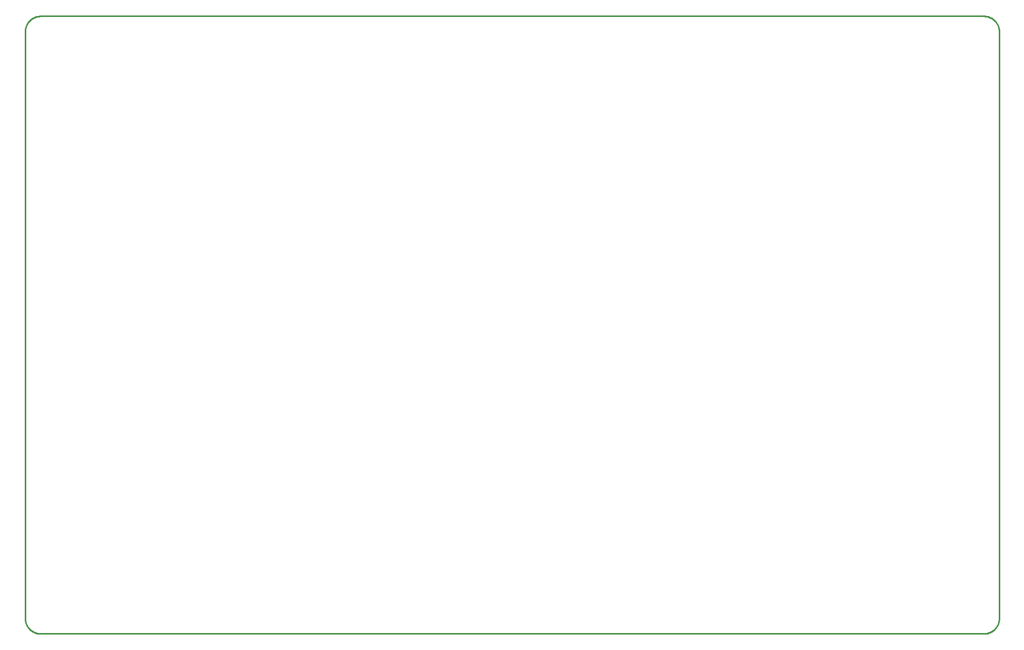
<source format=gko>
*%FSLAX24Y24*%
*%MOIN*%
G01*
%ADD11C,0.0000*%
%ADD12C,0.0050*%
%ADD13C,0.0060*%
%ADD14C,0.0073*%
%ADD15C,0.0080*%
%ADD16C,0.0098*%
%ADD17C,0.0100*%
%ADD18C,0.0120*%
%ADD19C,0.0150*%
%ADD20C,0.0160*%
%ADD21C,0.0160*%
%ADD22C,0.0200*%
%ADD23C,0.0240*%
%ADD24O,0.0240X0.0800*%
%ADD25C,0.0250*%
%ADD26O,0.0280X0.0840*%
%ADD27C,0.0300*%
%ADD28C,0.0300*%
%ADD29C,0.0320*%
%ADD30C,0.0340*%
%ADD31C,0.0360*%
%ADD32C,0.0380*%
%ADD33C,0.0394*%
%ADD34C,0.0400*%
%ADD35C,0.0400*%
%ADD36C,0.0434*%
%ADD37C,0.0440*%
%ADD38C,0.0460*%
%ADD39C,0.0480*%
%ADD40C,0.0480*%
%ADD41C,0.0500*%
%ADD42C,0.0500*%
%ADD43C,0.0520*%
%ADD44C,0.0540*%
%ADD45C,0.0560*%
%ADD46C,0.0580*%
%ADD47C,0.0600*%
%ADD48C,0.0620*%
%ADD49C,0.0650*%
%ADD50C,0.0660*%
%ADD51C,0.0670*%
%ADD52C,0.0680*%
%ADD53C,0.0700*%
%ADD54C,0.0710*%
%ADD55C,0.0720*%
%ADD56O,0.0750X0.0620*%
%ADD57C,0.0750*%
%ADD58C,0.0760*%
%ADD59O,0.0790X0.0660*%
%ADD60C,0.0810*%
%ADD61C,0.0827*%
%ADD62C,0.0850*%
%ADD63C,0.0870*%
%ADD64C,0.1000*%
%ADD65C,0.1040*%
%ADD66C,0.1299*%
%ADD67C,0.1299*%
%ADD68C,0.1499*%
%ADD69C,0.1600*%
%ADD70C,0.1700*%
%ADD71C,0.1750*%
%ADD72C,0.1790*%
%ADD73C,0.2000*%
%ADD74C,0.2299*%
%ADD75C,0.2299*%
%ADD76R,0.0200X0.0200*%
%ADD77R,0.0200X0.0500*%
%ADD78R,0.0200X0.0650*%
%ADD79R,0.0200X0.1600*%
%ADD80R,0.0240X0.0700*%
%ADD81R,0.0280X0.0600*%
%ADD82R,0.0300X0.0300*%
%ADD83R,0.0300X0.0300*%
%ADD84R,0.0300X0.0600*%
%ADD85R,0.0300X0.0650*%
%ADD86R,0.0300X0.0700*%
%ADD87R,0.0315X0.0709*%
%ADD88R,0.0320X0.0560*%
%ADD89R,0.0320X0.0640*%
%ADD90R,0.0335X0.0758*%
%ADD91R,0.0340X0.0340*%
%ADD92R,0.0340X0.0700*%
%ADD93R,0.0340X0.0800*%
%ADD94R,0.0344X0.0787*%
%ADD95R,0.0344X0.0797*%
%ADD96R,0.0350X0.0700*%
%ADD97R,0.0350X0.0800*%
%ADD98R,0.0354X0.0787*%
%ADD99R,0.0355X0.0749*%
%ADD100R,0.0360X0.0600*%
%ADD101R,0.0360X0.1300*%
%ADD102R,0.0394X0.0827*%
%ADD103R,0.0400X0.0200*%
%ADD104R,0.0400X0.0400*%
%ADD105R,0.0400X0.0500*%
%ADD106R,0.0400X0.0640*%
%ADD107R,0.0400X0.0750*%
%ADD108R,0.0400X0.1350*%
%ADD109R,0.0420X0.0850*%
%ADD110R,0.0434X0.0867*%
%ADD111R,0.0440X0.0540*%
%ADD112R,0.0440X0.1390*%
%ADD113R,0.0460X0.0890*%
%ADD114R,0.0500X0.0200*%
%ADD115R,0.0500X0.0400*%
%ADD116R,0.0500X0.0500*%
%ADD117R,0.0500X0.0500*%
%ADD118R,0.0500X0.0850*%
%ADD119R,0.0500X0.1000*%
%ADD120R,0.0500X0.1200*%
%ADD121R,0.0540X0.0440*%
%ADD122R,0.0540X0.0540*%
%ADD123R,0.0540X0.0890*%
%ADD124R,0.0540X0.0960*%
%ADD125R,0.0540X0.1040*%
%ADD126R,0.0550X0.0650*%
%ADD127R,0.0550X0.0780*%
%ADD128R,0.0550X0.0800*%
%ADD129R,0.0560X0.0320*%
%ADD130R,0.0591X0.1260*%
%ADD131R,0.0600X0.0280*%
%ADD132R,0.0600X0.0360*%
%ADD133R,0.0600X0.0600*%
%ADD134R,0.0600X0.1000*%
%ADD135R,0.0600X0.1200*%
%ADD136R,0.0600X0.1250*%
%ADD137R,0.0620X0.0620*%
%ADD138R,0.0631X0.1300*%
%ADD139R,0.0640X0.0320*%
%ADD140R,0.0640X0.0400*%
%ADD141R,0.0640X0.0640*%
%ADD142R,0.0640X0.1040*%
%ADD143R,0.0640X0.1290*%
%ADD144R,0.0650X0.0200*%
%ADD145R,0.0650X0.0550*%
%ADD146R,0.0650X0.0650*%
%ADD147R,0.0660X0.0660*%
%ADD148R,0.0700X0.0700*%
%ADD149R,0.0700X0.0700*%
%ADD150R,0.0700X0.0900*%
%ADD151R,0.0709X0.0827*%
%ADD152R,0.0740X0.0740*%
%ADD153R,0.0749X0.0867*%
%ADD154R,0.0750X0.0400*%
%ADD155R,0.0750X0.0750*%
%ADD156R,0.0750X0.0750*%
%ADD157R,0.0750X0.0800*%
%ADD158R,0.0790X0.0790*%
%ADD159R,0.0800X0.0750*%
%ADD160R,0.0800X0.0800*%
%ADD161R,0.0800X0.0800*%
%ADD162R,0.0800X0.1000*%
%ADD163R,0.0800X0.1250*%
%ADD164R,0.0840X0.1040*%
%ADD165R,0.0850X0.0500*%
%ADD166R,0.0890X0.0540*%
%ADD167R,0.0900X0.0600*%
%ADD168R,0.0900X0.0900*%
%ADD169R,0.0940X0.0940*%
%ADD170R,0.0960X0.0540*%
%ADD171R,0.0960X0.0960*%
%ADD172R,0.0960X0.1220*%
%ADD173R,0.1000X0.0500*%
%ADD174R,0.1000X0.0600*%
%ADD175R,0.1000X0.0700*%
%ADD176R,0.1000X0.1000*%
%ADD177R,0.1000X0.1000*%
%ADD178R,0.1000X0.1250*%
%ADD179R,0.1040X0.0540*%
%ADD180R,0.1040X0.0640*%
%ADD181R,0.1040X0.0740*%
%ADD182R,0.1040X0.1040*%
%ADD183R,0.1040X0.1290*%
%ADD184R,0.1060X0.1060*%
%ADD185R,0.1140X0.0540*%
%ADD186R,0.1200X0.0500*%
%ADD187R,0.1200X0.0600*%
%ADD188R,0.1200X0.1200*%
%ADD189R,0.1220X0.0960*%
%ADD190R,0.1240X0.0640*%
%ADD191R,0.1250X0.0600*%
%ADD192R,0.1250X0.0800*%
%ADD193R,0.1250X0.1000*%
%ADD194R,0.1260X0.0591*%
%ADD195R,0.1290X0.0640*%
%ADD196R,0.1290X0.1040*%
%ADD197R,0.1300X0.0631*%
%ADD198R,0.1300X0.0360*%
%ADD199R,0.1350X0.0400*%
%ADD200R,0.1390X0.0440*%
%ADD201R,0.1500X0.1500*%
%ADD202R,0.1600X0.0200*%
%ADD203R,0.1600X0.2400*%
%ADD204R,0.1700X0.1700*%
%ADD205R,0.1800X0.1800*%
%ADD206R,0.1900X0.1900*%
%ADD207R,0.2000X0.0750*%
%ADD208R,0.2000X0.2000*%
%ADD209R,0.2040X0.0790*%
%ADD210R,0.2100X0.2100*%
%ADD211R,0.2200X0.2200*%
%ADD212R,0.2400X0.1600*%
%ADD213R,0.2500X0.2500*%
D17*
X28600Y28790D02*
X89600D01*
Y68790D02*
X28600D01*
X87850D02*
X88350D01*
X27600Y67790D02*
Y29790D01*
X90600D02*
Y67790D01*
X28600Y68790D02*
X28567Y68789D01*
X28535Y68788D01*
X28502Y68785D01*
X28469Y68781D01*
X28437Y68777D01*
X28405Y68771D01*
X28373Y68764D01*
X28341Y68756D01*
X28310Y68747D01*
X28279Y68737D01*
X28248Y68726D01*
X28217Y68714D01*
X28187Y68701D01*
X28158Y68687D01*
X28129Y68672D01*
X28100Y68656D01*
X28072Y68639D01*
X28044Y68621D01*
X28018Y68603D01*
X27991Y68583D01*
X27966Y68563D01*
X27941Y68542D01*
X27916Y68520D01*
X27893Y68497D01*
X27870Y68474D01*
X27848Y68449D01*
X27827Y68424D01*
X27807Y68399D01*
X27787Y68372D01*
X27769Y68346D01*
X27751Y68318D01*
X27734Y68290D01*
X27718Y68261D01*
X27703Y68232D01*
X27689Y68203D01*
X27676Y68173D01*
X27664Y68142D01*
X27653Y68111D01*
X27643Y68080D01*
X27634Y68049D01*
X27626Y68017D01*
X27619Y67985D01*
X27613Y67953D01*
X27609Y67921D01*
X27605Y67888D01*
X27602Y67855D01*
X27601Y67823D01*
X27600Y67790D01*
Y29790D02*
X27601Y29757D01*
X27602Y29725D01*
X27605Y29692D01*
X27609Y29659D01*
X27613Y29627D01*
X27619Y29595D01*
X27626Y29563D01*
X27634Y29531D01*
X27643Y29500D01*
X27653Y29469D01*
X27664Y29438D01*
X27676Y29407D01*
X27689Y29377D01*
X27703Y29348D01*
X27718Y29319D01*
X27734Y29290D01*
X27751Y29262D01*
X27769Y29234D01*
X27787Y29208D01*
X27807Y29181D01*
X27827Y29156D01*
X27848Y29131D01*
X27870Y29106D01*
X27893Y29083D01*
X27916Y29060D01*
X27941Y29038D01*
X27966Y29017D01*
X27991Y28997D01*
X28018Y28977D01*
X28044Y28959D01*
X28072Y28941D01*
X28100Y28924D01*
X28129Y28908D01*
X28158Y28893D01*
X28187Y28879D01*
X28217Y28866D01*
X28248Y28854D01*
X28279Y28843D01*
X28310Y28833D01*
X28341Y28824D01*
X28373Y28816D01*
X28405Y28809D01*
X28437Y28803D01*
X28469Y28799D01*
X28502Y28795D01*
X28535Y28792D01*
X28567Y28791D01*
X28600Y28790D01*
X89600Y68790D02*
X89633Y68789D01*
X89665Y68788D01*
X89698Y68785D01*
X89731Y68781D01*
X89763Y68777D01*
X89795Y68771D01*
X89827Y68764D01*
X89859Y68756D01*
X89890Y68747D01*
X89921Y68737D01*
X89952Y68726D01*
X89983Y68714D01*
X90013Y68701D01*
X90042Y68687D01*
X90071Y68672D01*
X90100Y68656D01*
X90128Y68639D01*
X90156Y68621D01*
X90182Y68603D01*
X90209Y68583D01*
X90234Y68563D01*
X90259Y68542D01*
X90284Y68520D01*
X90307Y68497D01*
X90330Y68474D01*
X90352Y68449D01*
X90373Y68424D01*
X90393Y68399D01*
X90413Y68372D01*
X90431Y68346D01*
X90449Y68318D01*
X90466Y68290D01*
X90482Y68261D01*
X90497Y68232D01*
X90511Y68203D01*
X90524Y68173D01*
X90536Y68142D01*
X90547Y68111D01*
X90557Y68080D01*
X90566Y68049D01*
X90574Y68017D01*
X90581Y67985D01*
X90587Y67953D01*
X90591Y67921D01*
X90595Y67888D01*
X90598Y67855D01*
X90599Y67823D01*
X90600Y67790D01*
Y29790D02*
X90599Y29757D01*
X90598Y29725D01*
X90595Y29692D01*
X90591Y29659D01*
X90587Y29627D01*
X90581Y29595D01*
X90574Y29563D01*
X90566Y29531D01*
X90557Y29500D01*
X90547Y29469D01*
X90536Y29438D01*
X90524Y29407D01*
X90511Y29377D01*
X90497Y29348D01*
X90482Y29319D01*
X90466Y29290D01*
X90449Y29262D01*
X90431Y29234D01*
X90413Y29208D01*
X90393Y29181D01*
X90373Y29156D01*
X90352Y29131D01*
X90330Y29106D01*
X90307Y29083D01*
X90284Y29060D01*
X90259Y29038D01*
X90234Y29017D01*
X90209Y28997D01*
X90182Y28977D01*
X90156Y28959D01*
X90128Y28941D01*
X90100Y28924D01*
X90071Y28908D01*
X90042Y28893D01*
X90013Y28879D01*
X89983Y28866D01*
X89952Y28854D01*
X89921Y28843D01*
X89890Y28833D01*
X89859Y28824D01*
X89827Y28816D01*
X89795Y28809D01*
X89763Y28803D01*
X89731Y28799D01*
X89698Y28795D01*
X89665Y28792D01*
X89633Y28791D01*
X89600Y28790D01*
D02*
M02*

</source>
